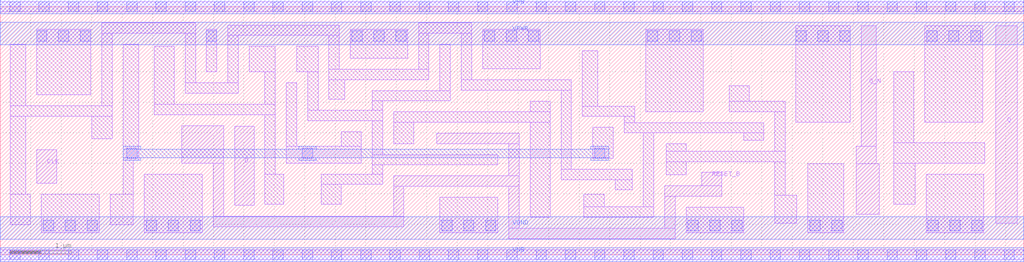
<source format=lef>
# Copyright 2020 The SkyWater PDK Authors
#
# Licensed under the Apache License, Version 2.0 (the "License");
# you may not use this file except in compliance with the License.
# You may obtain a copy of the License at
#
#     https://www.apache.org/licenses/LICENSE-2.0
#
# Unless required by applicable law or agreed to in writing, software
# distributed under the License is distributed on an "AS IS" BASIS,
# WITHOUT WARRANTIES OR CONDITIONS OF ANY KIND, either express or implied.
# See the License for the specific language governing permissions and
# limitations under the License.
#
# SPDX-License-Identifier: Apache-2.0

VERSION 5.7 ;
  NOWIREEXTENSIONATPIN ON ;
  DIVIDERCHAR "/" ;
  BUSBITCHARS "[]" ;
UNITS
  DATABASE MICRONS 200 ;
END UNITS
MACRO sky130_fd_sc_hvl__dfrbp_1
  CLASS CORE ;
  FOREIGN sky130_fd_sc_hvl__dfrbp_1 ;
  ORIGIN  0.000000  0.000000 ;
  SIZE  16.80000 BY  4.070000 ;
  SYMMETRY X Y ;
  SITE unithv ;
  PIN D
    ANTENNAGATEAREA  0.420000 ;
    DIRECTION INPUT ;
    USE SIGNAL ;
    PORT
      LAYER li1 ;
        RECT 3.850000 0.810000 4.165000 2.105000 ;
    END
  END D
  PIN Q
    ANTENNADIFFAREA  0.626250 ;
    DIRECTION OUTPUT ;
    USE SIGNAL ;
    PORT
      LAYER li1 ;
        RECT 16.340000 0.515000 16.690000 3.755000 ;
    END
  END Q
  PIN Q_N
    ANTENNADIFFAREA  0.641250 ;
    DIRECTION OUTPUT ;
    USE SIGNAL ;
    PORT
      LAYER li1 ;
        RECT 14.045000 0.665000 14.425000 1.495000 ;
        RECT 14.045000 1.495000 14.380000 1.780000 ;
        RECT 14.130000 1.780000 14.380000 3.755000 ;
    END
  END Q_N
  PIN RESET_B
    ANTENNAGATEAREA  1.260000 ;
    DIRECTION INPUT ;
    USE SIGNAL ;
    PORT
      LAYER li1 ;
        RECT  2.980000 1.505000  3.665000 2.120000 ;
        RECT  3.495000 0.460000  6.625000 0.630000 ;
        RECT  3.495000 0.630000  3.665000 1.505000 ;
        RECT  6.455000 0.630000  6.625000 1.125000 ;
        RECT  6.455000 1.125000  8.515000 1.295000 ;
        RECT  7.165000 1.825000  8.515000 1.995000 ;
        RECT  8.345000 0.265000 11.075000 0.435000 ;
        RECT  8.345000 0.435000  8.515000 1.125000 ;
        RECT  8.345000 1.295000  8.515000 1.825000 ;
        RECT 10.905000 0.435000 11.075000 0.960000 ;
        RECT 10.905000 0.960000 11.840000 1.130000 ;
        RECT 11.510000 1.130000 11.840000 1.350000 ;
    END
  END RESET_B
  PIN CLK
    ANTENNAGATEAREA  0.585000 ;
    DIRECTION INPUT ;
    USE CLOCK ;
    PORT
      LAYER li1 ;
        RECT 0.595000 1.175000 0.925000 1.720000 ;
    END
  END CLK
  PIN VGND
    DIRECTION INOUT ;
    USE GROUND ;
    PORT
      LAYER met1 ;
        RECT 0.000000 0.255000 16.800000 0.625000 ;
    END
  END VGND
  PIN VNB
    DIRECTION INOUT ;
    USE GROUND ;
    PORT
      LAYER met1 ;
        RECT 0.000000 -0.115000 16.800000 0.115000 ;
    END
  END VNB
  PIN VPB
    DIRECTION INOUT ;
    USE POWER ;
    PORT
      LAYER met1 ;
        RECT 0.000000 3.955000 16.800000 4.185000 ;
    END
  END VPB
  PIN VPWR
    DIRECTION INOUT ;
    USE POWER ;
    PORT
      LAYER met1 ;
        RECT 0.000000 3.445000 16.800000 3.815000 ;
    END
  END VPWR
  OBS
    LAYER li1 ;
      RECT  0.000000 -0.085000 16.800000 0.085000 ;
      RECT  0.000000  3.985000 16.800000 4.155000 ;
      RECT  0.165000  0.495000  0.495000 0.995000 ;
      RECT  0.165000  0.995000  0.415000 2.275000 ;
      RECT  0.165000  2.275000  1.835000 2.445000 ;
      RECT  0.165000  2.445000  0.415000 3.455000 ;
      RECT  0.595000  2.625000  1.485000 3.705000 ;
      RECT  0.675000  0.365000  1.625000 0.995000 ;
      RECT  1.505000  1.900000  1.835000 2.275000 ;
      RECT  1.665000  2.445000  1.835000 3.635000 ;
      RECT  1.665000  3.635000  3.205000 3.805000 ;
      RECT  1.805000  0.495000  2.185000 0.995000 ;
      RECT  2.015000  0.995000  2.185000 1.550000 ;
      RECT  2.015000  1.550000  2.275000 3.455000 ;
      RECT  2.365000  0.365000  3.315000 1.325000 ;
      RECT  2.525000  2.300000  4.515000 2.470000 ;
      RECT  2.525000  2.470000  2.855000 3.420000 ;
      RECT  3.035000  2.650000  3.905000 2.820000 ;
      RECT  3.035000  2.820000  3.205000 3.635000 ;
      RECT  3.385000  3.000000  3.555000 3.705000 ;
      RECT  3.735000  2.820000  3.905000 3.600000 ;
      RECT  3.735000  3.600000  5.565000 3.770000 ;
      RECT  4.085000  3.000000  4.515000 3.420000 ;
      RECT  4.345000  0.825000  4.655000 1.325000 ;
      RECT  4.345000  1.325000  4.515000 2.300000 ;
      RECT  4.345000  2.470000  4.515000 3.000000 ;
      RECT  4.695000  1.505000  5.925000 1.780000 ;
      RECT  4.695000  1.780000  4.865000 2.820000 ;
      RECT  4.865000  3.000000  5.215000 3.420000 ;
      RECT  5.045000  2.200000  6.275000 2.370000 ;
      RECT  5.045000  2.370000  5.215000 3.000000 ;
      RECT  5.270000  0.825000  5.600000 1.155000 ;
      RECT  5.270000  1.155000  6.275000 1.325000 ;
      RECT  5.395000  2.550000  5.650000 2.875000 ;
      RECT  5.395000  2.875000  7.035000 3.045000 ;
      RECT  5.395000  3.045000  5.565000 3.600000 ;
      RECT  5.595000  1.780000  5.925000 2.020000 ;
      RECT  5.745000  3.225000  6.685000 3.705000 ;
      RECT  6.105000  1.325000  6.275000 1.475000 ;
      RECT  6.105000  1.475000  8.165000 1.645000 ;
      RECT  6.105000  1.645000  6.275000 2.200000 ;
      RECT  6.105000  2.370000  6.275000 2.525000 ;
      RECT  6.105000  2.525000  7.385000 2.695000 ;
      RECT  6.455000  1.825000  6.785000 2.175000 ;
      RECT  6.455000  2.175000  9.025000 2.345000 ;
      RECT  6.865000  3.045000  7.035000 3.635000 ;
      RECT  6.865000  3.635000  7.735000 3.805000 ;
      RECT  7.215000  0.365000  8.165000 0.945000 ;
      RECT  7.215000  2.695000  7.385000 3.455000 ;
      RECT  7.565000  2.700000  9.375000 2.870000 ;
      RECT  7.565000  2.870000  7.735000 3.635000 ;
      RECT  7.915000  3.050000  8.865000 3.705000 ;
      RECT  8.695000  0.615000  9.025000 2.175000 ;
      RECT  8.695000  2.345000  9.025000 2.520000 ;
      RECT  9.205000  1.230000 10.375000 1.400000 ;
      RECT  9.205000  1.400000  9.375000 2.700000 ;
      RECT  9.555000  2.270000 10.410000 2.440000 ;
      RECT  9.555000  2.440000  9.805000 3.350000 ;
      RECT  9.580000  0.615000 10.725000 0.785000 ;
      RECT  9.580000  0.785000  9.910000 0.995000 ;
      RECT  9.725000  1.580000 10.060000 2.090000 ;
      RECT 10.090000  1.070000 10.375000 1.230000 ;
      RECT 10.240000  2.000000 12.530000 2.170000 ;
      RECT 10.240000  2.170000 10.410000 2.270000 ;
      RECT 10.555000  0.785000 10.725000 2.000000 ;
      RECT 10.590000  2.350000 11.540000 3.705000 ;
      RECT 10.930000  1.310000 11.260000 1.530000 ;
      RECT 10.930000  1.530000 12.880000 1.700000 ;
      RECT 10.930000  1.700000 11.260000 1.820000 ;
      RECT 11.255000  0.365000 12.205000 0.780000 ;
      RECT 11.965000  2.350000 12.880000 2.520000 ;
      RECT 11.965000  2.520000 12.295000 2.770000 ;
      RECT 12.200000  1.880000 12.530000 2.000000 ;
      RECT 12.710000  0.515000 13.075000 0.975000 ;
      RECT 12.710000  0.975000 12.880000 1.530000 ;
      RECT 12.710000  1.700000 12.880000 2.350000 ;
      RECT 13.060000  2.175000 13.950000 3.755000 ;
      RECT 13.255000  0.365000 13.845000 1.495000 ;
      RECT 14.665000  0.825000 15.015000 1.505000 ;
      RECT 14.665000  1.505000 16.160000 1.835000 ;
      RECT 14.665000  1.835000 14.995000 3.005000 ;
      RECT 15.175000  2.175000 16.125000 3.755000 ;
      RECT 15.195000  0.365000 16.145000 1.325000 ;
    LAYER mcon ;
      RECT  0.155000 -0.085000  0.325000 0.085000 ;
      RECT  0.155000  3.985000  0.325000 4.155000 ;
      RECT  0.595000  3.505000  0.765000 3.675000 ;
      RECT  0.635000 -0.085000  0.805000 0.085000 ;
      RECT  0.635000  3.985000  0.805000 4.155000 ;
      RECT  0.705000  0.395000  0.875000 0.565000 ;
      RECT  0.955000  3.505000  1.125000 3.675000 ;
      RECT  1.065000  0.395000  1.235000 0.565000 ;
      RECT  1.115000 -0.085000  1.285000 0.085000 ;
      RECT  1.115000  3.985000  1.285000 4.155000 ;
      RECT  1.315000  3.505000  1.485000 3.675000 ;
      RECT  1.425000  0.395000  1.595000 0.565000 ;
      RECT  1.595000 -0.085000  1.765000 0.085000 ;
      RECT  1.595000  3.985000  1.765000 4.155000 ;
      RECT  2.075000 -0.085000  2.245000 0.085000 ;
      RECT  2.075000  1.580000  2.245000 1.750000 ;
      RECT  2.075000  3.985000  2.245000 4.155000 ;
      RECT  2.395000  0.395000  2.565000 0.565000 ;
      RECT  2.555000 -0.085000  2.725000 0.085000 ;
      RECT  2.555000  3.985000  2.725000 4.155000 ;
      RECT  2.755000  0.395000  2.925000 0.565000 ;
      RECT  3.035000 -0.085000  3.205000 0.085000 ;
      RECT  3.035000  3.985000  3.205000 4.155000 ;
      RECT  3.115000  0.395000  3.285000 0.565000 ;
      RECT  3.385000  3.505000  3.555000 3.675000 ;
      RECT  3.515000 -0.085000  3.685000 0.085000 ;
      RECT  3.515000  3.985000  3.685000 4.155000 ;
      RECT  3.995000 -0.085000  4.165000 0.085000 ;
      RECT  3.995000  3.985000  4.165000 4.155000 ;
      RECT  4.475000 -0.085000  4.645000 0.085000 ;
      RECT  4.475000  3.985000  4.645000 4.155000 ;
      RECT  4.955000 -0.085000  5.125000 0.085000 ;
      RECT  4.955000  1.580000  5.125000 1.750000 ;
      RECT  4.955000  3.985000  5.125000 4.155000 ;
      RECT  5.435000 -0.085000  5.605000 0.085000 ;
      RECT  5.435000  3.985000  5.605000 4.155000 ;
      RECT  5.770000  3.505000  5.940000 3.675000 ;
      RECT  5.915000 -0.085000  6.085000 0.085000 ;
      RECT  5.915000  3.985000  6.085000 4.155000 ;
      RECT  6.130000  3.505000  6.300000 3.675000 ;
      RECT  6.395000 -0.085000  6.565000 0.085000 ;
      RECT  6.395000  3.985000  6.565000 4.155000 ;
      RECT  6.490000  3.505000  6.660000 3.675000 ;
      RECT  6.875000 -0.085000  7.045000 0.085000 ;
      RECT  6.875000  3.985000  7.045000 4.155000 ;
      RECT  7.245000  0.395000  7.415000 0.565000 ;
      RECT  7.355000 -0.085000  7.525000 0.085000 ;
      RECT  7.355000  3.985000  7.525000 4.155000 ;
      RECT  7.605000  0.395000  7.775000 0.565000 ;
      RECT  7.835000 -0.085000  8.005000 0.085000 ;
      RECT  7.835000  3.985000  8.005000 4.155000 ;
      RECT  7.945000  3.505000  8.115000 3.675000 ;
      RECT  7.965000  0.395000  8.135000 0.565000 ;
      RECT  8.305000  3.505000  8.475000 3.675000 ;
      RECT  8.315000 -0.085000  8.485000 0.085000 ;
      RECT  8.315000  3.985000  8.485000 4.155000 ;
      RECT  8.665000  3.505000  8.835000 3.675000 ;
      RECT  8.795000 -0.085000  8.965000 0.085000 ;
      RECT  8.795000  3.985000  8.965000 4.155000 ;
      RECT  9.275000 -0.085000  9.445000 0.085000 ;
      RECT  9.275000  3.985000  9.445000 4.155000 ;
      RECT  9.755000 -0.085000  9.925000 0.085000 ;
      RECT  9.755000  1.580000  9.925000 1.750000 ;
      RECT  9.755000  3.985000  9.925000 4.155000 ;
      RECT 10.235000 -0.085000 10.405000 0.085000 ;
      RECT 10.235000  3.985000 10.405000 4.155000 ;
      RECT 10.620000  3.505000 10.790000 3.675000 ;
      RECT 10.715000 -0.085000 10.885000 0.085000 ;
      RECT 10.715000  3.985000 10.885000 4.155000 ;
      RECT 10.980000  3.505000 11.150000 3.675000 ;
      RECT 11.195000 -0.085000 11.365000 0.085000 ;
      RECT 11.195000  3.985000 11.365000 4.155000 ;
      RECT 11.285000  0.395000 11.455000 0.565000 ;
      RECT 11.340000  3.505000 11.510000 3.675000 ;
      RECT 11.645000  0.395000 11.815000 0.565000 ;
      RECT 11.675000 -0.085000 11.845000 0.085000 ;
      RECT 11.675000  3.985000 11.845000 4.155000 ;
      RECT 12.005000  0.395000 12.175000 0.565000 ;
      RECT 12.155000 -0.085000 12.325000 0.085000 ;
      RECT 12.155000  3.985000 12.325000 4.155000 ;
      RECT 12.635000 -0.085000 12.805000 0.085000 ;
      RECT 12.635000  3.985000 12.805000 4.155000 ;
      RECT 13.060000  3.505000 13.230000 3.675000 ;
      RECT 13.115000 -0.085000 13.285000 0.085000 ;
      RECT 13.115000  3.985000 13.285000 4.155000 ;
      RECT 13.285000  0.395000 13.455000 0.565000 ;
      RECT 13.420000  3.505000 13.590000 3.675000 ;
      RECT 13.595000 -0.085000 13.765000 0.085000 ;
      RECT 13.595000  3.985000 13.765000 4.155000 ;
      RECT 13.645000  0.395000 13.815000 0.565000 ;
      RECT 13.780000  3.505000 13.950000 3.675000 ;
      RECT 14.075000 -0.085000 14.245000 0.085000 ;
      RECT 14.075000  3.985000 14.245000 4.155000 ;
      RECT 14.555000 -0.085000 14.725000 0.085000 ;
      RECT 14.555000  3.985000 14.725000 4.155000 ;
      RECT 15.035000 -0.085000 15.205000 0.085000 ;
      RECT 15.035000  3.985000 15.205000 4.155000 ;
      RECT 15.205000  3.505000 15.375000 3.675000 ;
      RECT 15.225000  0.395000 15.395000 0.565000 ;
      RECT 15.515000 -0.085000 15.685000 0.085000 ;
      RECT 15.515000  3.985000 15.685000 4.155000 ;
      RECT 15.565000  3.505000 15.735000 3.675000 ;
      RECT 15.585000  0.395000 15.755000 0.565000 ;
      RECT 15.925000  3.505000 16.095000 3.675000 ;
      RECT 15.945000  0.395000 16.115000 0.565000 ;
      RECT 15.995000 -0.085000 16.165000 0.085000 ;
      RECT 15.995000  3.985000 16.165000 4.155000 ;
      RECT 16.475000 -0.085000 16.645000 0.085000 ;
      RECT 16.475000  3.985000 16.645000 4.155000 ;
    LAYER met1 ;
      RECT 2.015000 1.550000 2.305000 1.595000 ;
      RECT 2.015000 1.595000 9.985000 1.735000 ;
      RECT 2.015000 1.735000 2.305000 1.780000 ;
      RECT 4.895000 1.550000 5.185000 1.595000 ;
      RECT 4.895000 1.735000 5.185000 1.780000 ;
      RECT 9.695000 1.550000 9.985000 1.595000 ;
      RECT 9.695000 1.735000 9.985000 1.780000 ;
  END
END sky130_fd_sc_hvl__dfrbp_1
END LIBRARY

</source>
